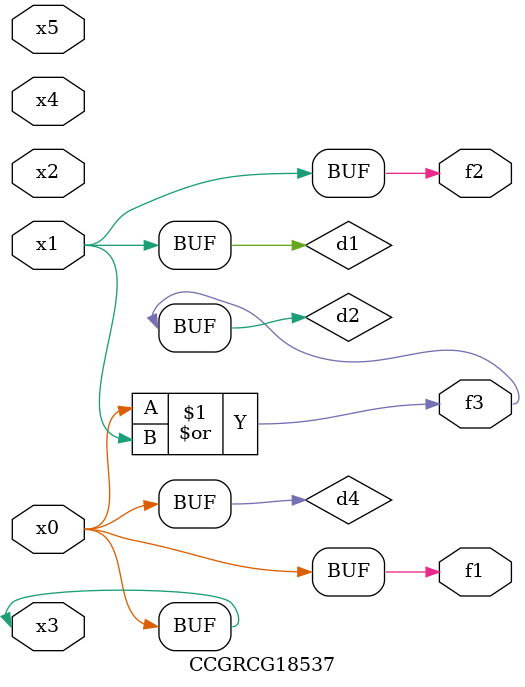
<source format=v>
module CCGRCG18537(
	input x0, x1, x2, x3, x4, x5,
	output f1, f2, f3
);

	wire d1, d2, d3, d4;

	and (d1, x1);
	or (d2, x0, x1);
	nand (d3, x0, x5);
	buf (d4, x0, x3);
	assign f1 = d4;
	assign f2 = d1;
	assign f3 = d2;
endmodule

</source>
